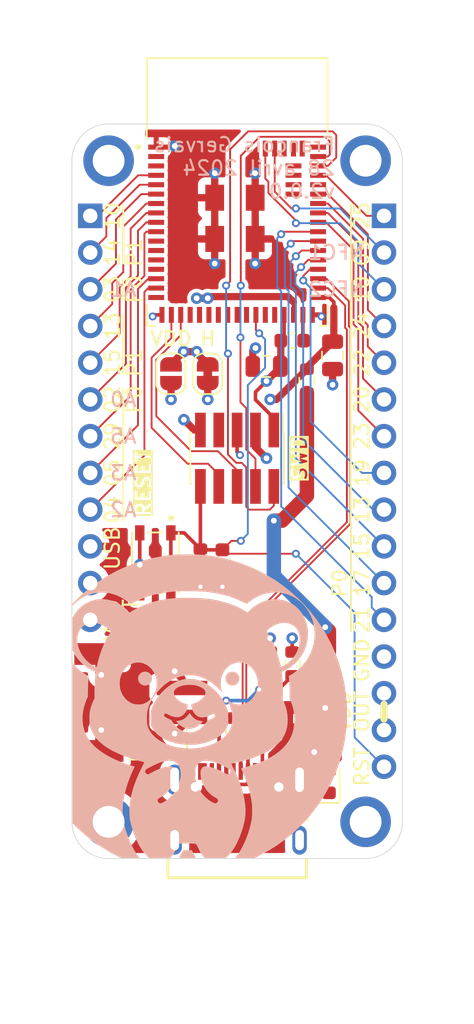
<source format=kicad_pcb>
(kicad_pcb (version 20240108) (generator "pcbnew") (generator_version "8.0")
  (layers (0 "F.Cu" signal) (1 "In1.Cu" signal) (2 "In2.Cu" signal) (31 "B.Cu" signal) (34 "B.Paste" user) (35 "F.Paste" user) (36 "B.SilkS" user "B.Silkscreen") (37 "F.SilkS" user "F.Silkscreen") (38 "B.Mask" user) (39 "F.Mask" user) (44 "Edge.Cuts" user))
  (net 0 "")
  (net 1 "Net-(D1-A)")
  (net 5 "/VBUS_nRF")
  (net 6 "/DCCH")
  (net 7 "GND")
  (net 9 "/P0.20")
  (net 10 "/P0.24")
  (net 16 "/RX")
  (net 17 "/TX")
  (net 20 "/RESET")
  (net 36 "/VDD_nRF")
  (net 37 "/VBUS")
  (net 38 "/CC1")
  (net 39 "/D-")
  (net 40 "/CC2")
  (net 41 "/D+")
  (net 42 "/VDDH")
  (net 43 "/D_P")
  (net 44 "/D_N")
  (net 45 "/SWCLK")
  (net 46 "/SWDIO")
  (net 50 "/P1.15")
  (net 51 "/P1.13")
  (net 52 "/P1.14")
  (net 53 "/P1.10")
  (net 54 "/P0.19")
  (net 55 "/P0.13")
  (net 56 "/P0.15")
  (net 57 "/P0.17")
  (net 58 "/P0.21")
  (net 59 "/P0.23")
  (net 60 "/P0.22")
  (net 61 "/P0.25")
  (net 62 "/AIN2")
  (net 63 "/AIN3")
  (net 64 "/AIN5")
  (net 65 "/AIN0")
  (net 66 "/AIN1")
  (net 67 "/NFC2")
  (net 68 "/NFC1")
  (footprint "Capacitor_SMD:C_0805_2012Metric" (layer "F.Cu") (at 49.53 97.536 180)
    (property "Reference" "C2" (hide yes))
    (property "Value" "4.7uF")
  )
  (footprint "Capacitor_SMD:C_0805_2012Metric" (layer "F.Cu") (at 52.07 122.936)
    (property "Reference" "C4" (hide yes))
    (property "Value" "4.7uF")
  )
  (footprint "Capacitor_SMD:C_0603_1608Metric" (layer "F.Cu") (at 51.816 121.158)
    (property "Reference" "C5" (hide yes))
    (property "Value" "100nF")
  )
  (footprint "LED_SMD:LED_0603_1608Metric" (layer "F.Cu") (at 53.848 126.238 90)
    (property "Reference" "D1" (hide yes))
    (property "Value" "LED" (hide yes))
  )
  (footprint "MountingHole:MountingHole_2.2mm_M2_ISO7380_Pad" (layer "F.Cu") (at 38.608 129.032)
    (property "Reference" "H3" (hide yes))
    (property "Value" "MountingHole_Pad" (hide yes))
  )
  (footprint "mine:SolderJumper-2_P1.3mm_Bridged_RoundedPad1.0x1.5mm" (layer "F.Cu") (at 45.466 98.044 90)
    (property "Reference" "JP1" (hide yes))
    (property "Value" "SolderJumper_2_Bridged")
  )
  (footprint "Inductor_SMD:L_0603_1608Metric" (layer "F.Cu") (at 51.308 95.758)
    (property "Reference" "L1" (hide yes))
    (property "Value" "10uH")
  )
  (footprint "Resistor_SMD:R_0603_1608Metric" (layer "F.Cu") (at 53.848 118.11 90)
    (property "Reference" "R2" (hide yes))
    (property "Value" "1k")
  )
  (footprint "Resistor_SMD:R_0603_1608Metric" (layer "F.Cu") (at 49.784 118.11 90)
    (property "Reference" "R4" (hide yes))
    (property "Value" "5.1k")
  )
  (footprint "Resistor_SMD:R_0603_1608Metric" (layer "F.Cu") (at 51.308 118.11 90)
    (property "Reference" "R5" (hide yes))
    (property "Value" "5.1k")
  )
  (footprint "Resistor_SMD:R_0603_1608Metric" (layer "F.Cu") (at 47.244 122.682 -90)
    (property "Reference" "R7" (hide yes))
    (property "Value" "22")
  )
  (footprint "MountingHole:MountingHole_2.2mm_M2_ISO7380_Pad" (layer "F.Cu") (at 56.388 129.032)
    (property "Reference" "H4" (hide yes))
    (property "Value" "MountingHole_Pad" (hide yes))
  )
  (footprint "MountingHole:MountingHole_2.2mm_M2_ISO7380_Pad" (layer "F.Cu") (at 56.388 83.312)
    (property "Reference" "H2" (hide yes))
    (property "Value" "MountingHole_Pad" (hide yes))
  )
  (footprint "S2B-PH-SM4-TB(LF)(SN):JST_S2B-PH-SM4-TB(LF)(SN)" (layer "F.Cu") (at 43.688 120.777 -90)
    (property "Reference" "J2" (hide yes))
    (property "Value" "S2B-PH-SM4-TB(LF)(SN)")
  )
  (footprint "USB4105-GF-A:GCT_USB4105-GF-A" (layer "F.Cu") (at 47.498 130.302)
    (property "Reference" "J3" (hide yes))
    (property "Value" "USB4105-GF-A")
  )
  (footprint "MS88SF3_NRF52840:MODULE_MS88SF3_NRF52840" (layer "F.Cu") (at 47.498 85.471)
    (property "Reference" "U1" (hide yes))
    (property "Value" "MS88SF3_NRF52840")
  )
  (footprint "Resistor_SMD:R_0603_1608Metric" (layer "F.Cu") (at 48.768 122.682 -90)
    (property "Reference" "R6" (hide yes))
    (property "Value" "22")
  )
  (footprint "Capacitor_SMD:C_0805_2012Metric" (layer "F.Cu") (at 54.102 96.774 -90)
    (property "Reference" "C6" (hide yes))
    (property "Value" "4.7uF")
  )
  (footprint "Resistor_SMD:R_0603_1608Metric" (layer "F.Cu") (at 44.958 110.998 90)
    (property "Reference" "R1" (hide yes))
    (property "Value" "5.1k")
  )
  (footprint "Capacitor_SMD:C_0603_1608Metric" (layer "F.Cu") (at 46.482 110.998 -90)
    (property "Reference" "C1" (hide yes))
    (property "Value" "100nF")
  )
  (footprint "Resistor_SMD:R_0603_1608Metric" (layer "F.Cu") (at 52.324 98.552 90)
    (property "Reference" "R3" (hide yes))
    (property "Value" "4.7")
  )
  (footprint "Connector_PinHeader_1.27mm:PinHeader_2x05_P1.27mm_Vertical_SMD" (layer "F.Cu") (at 47.498 103.886 -90)
    (property "Reference" "J1" (hide yes))
    (property "Value" "Conn_02x05_Odd_Even" (hide yes))
  )
  (footprint "mine:SolderJumper-2_P1.3mm_Open_RoundedPad1.0x1.5mm" (layer "F.Cu") (at 42.926 98.044 90)
    (property "Reference" "JP2" (hide yes))
    (property "Value" "SolderJumper_2_Open")
  )
  (footprint "MountingHole:MountingHole_2.2mm_M2_ISO7380_Pad" (layer "F.Cu") (at 38.608 83.312)
    (property "Reference" "H1" (hide yes))
    (property "Value" "MountingHole_Pad" (hide yes))
  )
  (footprint "PTS810-SJM-250-SMTR-LFS:SW_PTS810_SJM_250_SMTR_LFS" (layer "F.Cu") (at 41.838 111.122 -90)
    (property "Reference" "SW1" (hide yes))
    (property "Value" "PTS810_SJM_250_SMTR_LFS")
  )
  (footprint "drawing:bear-body_silk_16x16" (layer "B.Cu") (at 45.593 121.031 180)
    (property "Reference" "Ref**" (hide yes))
    (property "Value" "Val**" (hide yes))
  )
  (footprint "mine:PinHeader_1x16_P2.54mm_Vertical" (layer "B.Cu") (at 57.658 87.122 180)
    (property "Reference" "J5")
    (property "Value" "Conn_01x16_Pin")
  )
  (footprint "mine:PinHeader_1x12_P2.54mm_Vertical" (layer "B.Cu") (at 37.338 87.122 180)
    (property "Reference" "J4")
    (property "Value" "Conn_01x12_Pin")
  )
  (gr_line (start 39.624 90.424) (end 39.624 86.36) (stroke (width 0.12)) (layer "F.SilkS"))
  (gr_line (start 57.658 121.92) (end 57.658 120.904) (stroke (width 0.5)) (layer "F.SilkS"))
  (gr_line (start 39.624 92.964) (end 39.624 91.44) (stroke (width 0.12)) (layer "F.SilkS"))
  (gr_line (start 39.624 108.204) (end 39.624 99.06) (stroke (width 0.12)) (layer "F.SilkS"))
  (gr_line (start 39.624 98.044) (end 39.624 93.98) (stroke (width 0.12)) (layer "F.SilkS"))
  (gr_line (start 55.372 115.824) (end 55.372 86.36) (stroke (width 0.12)) (layer "F.SilkS"))
  (gr_line (start 36.068 129.032) (end 36.068 83.312) (stroke (width 0.05)) (layer "Edge.Cuts"))
  (gr_line (start 58.928 83.312) (end 58.928 129.032) (stroke (width 0.05)) (layer "Edge.Cuts"))
  (gr_line (start 56.388 131.572) (end 38.608 131.572) (stroke (width 0.05)) (layer "Edge.Cuts"))
  (gr_arc (start 56.388 80.772) (mid 58.184051 81.515949) (end 58.928 83.312) (stroke (width 0.05)) (layer "Edge.Cuts"))
  (gr_line (start 38.608 80.772) (end 56.388 80.772) (stroke (width 0.05)) (layer "Edge.Cuts"))
  (gr_arc (start 58.928 129.032) (mid 58.184051 130.828051) (end 56.388 131.572) (stroke (width 0.05)) (layer "Edge.Cuts"))
  (gr_arc (start 36.068 83.312) (mid 36.811949 81.515949) (end 38.608 80.772) (stroke (width 0.05)) (layer "Edge.Cuts"))
  (gr_arc (start 38.608 131.572) (mid 36.811949 130.828051) (end 36.068 129.032) (stroke (width 0.05)) (layer "Edge.Cuts"))
  (gr_text "A1" (at 39.624 92.202 0) (layer "B.SilkS") (effects (font (size 1 1)) (justify mirror)))
  (gr_text "A2" (at 39.624 107.442 0) (layer "B.SilkS") (effects (font (size 1 1)) (justify mirror)))
  (gr_text "A0" (at 39.624 99.822 0) (layer "B.SilkS") (effects (font (size 1 1)) (justify mirror)))
  (gr_text "A3" (at 39.624 104.902 0) (layer "B.SilkS") (effects (font (size 1 1)) (justify mirror)))
  (gr_text "NFC2" (at 54.356 92.202 0) (layer "B.SilkS") (effects (font (size 1 1)) (justify mirror)))
  (gr_text "A5" (at 39.624 102.362 0) (layer "B.SilkS") (effects (font (size 1 1)) (justify mirror)))
  (gr_text "François Gervais\n28 avril 2024\nv2.0.0" (at 54.356 83.82 0) (layer "B.SilkS") (effects (font (size 1 1)) (justify left mirror)))
  (gr_text "NFC1" (at 54.356 89.662 0) (layer "B.SilkS") (effects (font (size 1 1)) (justify mirror)))
  (gr_text "GND" (at 56.134 117.856 90) (layer "F.SilkS") (effects (font (size 1 1))))
  (gr_text "RESET" (at 41.021 105.664 90) (layer "F.SilkS" knockout) (effects (font (size 1 1))))
  (gr_text "SWD" (at 51.816 103.886 90) (layer "F.SilkS" knockout) (effects (font (size 1 1))))
  (gr_text "10" (at 38.862 87.122 90) (layer "F.SilkS") (effects (font (size 1 1))))
  (gr_text "P1" (at 40.386 89.662 90) (layer "F.SilkS") (effects (font (size 1 1))))
  (gr_text "OUT" (at 40.132 115.062 90) (layer "F.SilkS") (effects (font (size 1 1))))
  (gr_text "VDD" (at 42.926 95.622 0) (layer "F.SilkS") (effects (font (size 1 1))))
  (gr_text "23" (at 56.134 102.362 90) (layer "F.SilkS") (effects (font (size 1 1))))
  (gr_text "29" (at 38.862 102.362 90) (layer "F.SilkS") (effects (font (size 1 1))))
  (gr_text "VDD" (at 54.864 121.412 90) (layer "F.SilkS") (effects (font (size 1 1))))
  (gr_text "05" (at 38.862 104.902 90) (layer "F.SilkS") (effects (font (size 1 1))))
  (gr_text "04" (at 38.862 107.442 90) (layer "F.SilkS") (effects (font (size 1 1))))
  (gr_text "RST" (at 56.134 125.222 90) (layer "F.SilkS") (effects (font (size 1 1))))
  (gr_text "15" (at 38.862 97.282 90) (layer "F.SilkS") (effects (font (size 1 1))))
  (gr_text "02" (at 38.862 99.822 90) (layer "F.SilkS") (effects (font (size 1 1))))
  (gr_text "H" (at 45.466 95.631 0) (layer "F.SilkS") (effects (font (size 1 1))))
  (gr_text "P1" (at 40.386 97.282 90) (layer "F.SilkS") (effects (font (size 1 1))))
  (gr_text "24" (at 56.134 94.742 90) (layer "F.SilkS") (effects (font (size 1 1))))
  (gr_text "25" (at 56.134 87.122 90) (layer "F.SilkS") (effects (font (size 1 1))))
  (gr_text "15" (at 56.134 109.982 90) (layer "F.SilkS") (effects (font (size 1 1))))
  (gr_text "09" (at 56.134 89.662 90) (layer "F.SilkS") (effects (font (size 1 1))))
  (gr_text "13" (at 56.134 107.442 90) (layer "F.SilkS") (effects (font (size 1 1))))
  (gr_text "13" (at 38.862 94.742 90) (layer "F.SilkS") (effects (font (size 1 1))))
  (gr_text "22" (at 56.134 97.282 90) (layer "F.SilkS") (effects (font (size 1 1))))
  (gr_text "10" (at 56.134 92.202 90) (layer "F.SilkS") (effects (font (size 1 1))))
  (gr_text "VDD" (at 38.862 115.062 90) (layer "F.SilkS") (effects (font (size 1 1))))
  (gr_text "20" (at 56.134 99.822 90) (layer "F.SilkS") (effects (font (size 1 1))))
  (gr_text "21" (at 56.134 115.062 90) (layer "F.SilkS") (effects (font (size 1 1))))
  (gr_text "-" (at 38.862 112.522 90) (layer "F.SilkS") (effects (font (size 1 1))))
  (gr_text "P0" (at 54.61 112.522 90) (layer "F.SilkS") (effects (font (size 1 1))))
  (gr_text "17" (at 56.134 112.522 90) (layer "F.SilkS") (effects (font (size 1 1))))
  (gr_text "14" (at 38.862 89.662 90) (layer "F.SilkS") (effects (font (size 1 1))))
  (gr_text "OUT" (at 56.134 121.412 90) (layer "F.SilkS") (effects (font (size 1 1))))
  (gr_text "USB" (at 38.862 110.109 90) (layer "F.SilkS") (effects (font (size 1 1))))
  (gr_text "P0" (at 40.386 99.822 90) (layer "F.SilkS") (effects (font (size 1 1))))
  (gr_text "19" (at 56.134 104.902 90) (layer "F.SilkS") (effects (font (size 1 1))))
  (gr_text "P0" (at 40.386 92.202 90) (layer "F.SilkS") (effects (font (size 1 1))))
  (gr_text "03" (at 38.862 92.202 90) (layer "F.SilkS") (effects (font (size 1 1))))
  (segment (start 53.848 118.935) (end 53.911 118.935) (width 0.25) (layer "F.Cu") (net 1))
  (segment (start 54.61 119.634) (end 54.61 124.6885) (width 0.25) (layer "F.Cu") (net 1))
  (segment (start 54.61 124.6885) (end 53.848 125.4505) (width 0.25) (layer "F.Cu") (net 1))
  (segment (start 53.911 118.935) (end 54.61 119.634) (width 0.25) (layer "F.Cu") (net 1))
  (segment (start 52.324 97.727) (end 52.324 97.602) (width 0.5) (layer "F.Cu") (net 5))
  (segment (start 52.324 97.602) (end 54.102 95.824) (width 0.5) (layer "F.Cu") (net 5))
  (segment (start 53.098 92.771) (end 53.875578 92.771) (width 0.25) (layer "F.Cu") (net 5))
  (segment (start 54.190002 95.735998) (end 54.102 95.824) (width 0.5) (layer "F.Cu") (net 5))
  (segment (start 52.324 97.727) (end 50.229 99.822) (width 0.5) (layer "F.Cu") (net 5))
  (segment (start 45.466 98.694) (end 45.466 99.822) (width 0.5) (layer "F.Cu") (net 5))
  (segment (start 54.190002 93.085424) (end 54.190002 93.472) (width 0.25) (layer "F.Cu") (net 5))
  (segment (start 54.190002 93.472) (end 54.190002 95.735998) (width 0.5) (layer "F.Cu") (net 5))
  (segment (start 50.229 99.822) (end 49.784048 99.822) (width 0.5) (layer "F.Cu") (net 5))
  (segment (start 53.875578 92.771) (end 54.190002 93.085424) (width 0.25) (layer "F.Cu") (net 5))
  (via (at 45.466 99.822) (size 0.8) (drill 0.4) (layers "F.Cu" "B.Cu") (net 5))
  (via (at 49.784048 99.822) (size 0.8) (drill 0.4) (layers "F.Cu" "B.Cu") (net 5))
  (segment (start 52.048 95.7105) (end 52.0955 95.758) (width 0.25) (layer "F.Cu") (net 6))
  (segment (start 52.048 93.971) (end 52.048 95.7105) (width 0.25) (layer "F.Cu") (net 6))
  (segment (start 40.763 113.197) (end 40.763 111.256) (width 0.25) (layer "F.Cu") (net 7))
  (segment (start 52.591 121.158) (end 53.594 121.158) (width 0.5) (layer "F.Cu") (net 7))
  (segment (start 44.298 125.547) (end 43.753 125.547) (width 0.5) (layer "F.Cu") (net 7))
  (segment (start 48.768 101.936) (end 48.768 103.124) (width 0.5) (layer "F.Cu") (net 7))
  (segment (start 37.938 122.844) (end 38.1 122.682) (width 0.5) (layer "F.Cu") (net 7))
  (segment (start 48.58 96.454) (end 48.768 96.266) (width 0.5) (layer "F.Cu") (net 7))
  (segment (start 41.7666 93.971) (end 42.298 93.971) (width 0.25) (layer "F.Cu") (net 7))
  (segment (start 52.698 93.971) (end 53.2294 93.971) (width 0.25) (layer "F.Cu") (net 7))
  (segment (start 48.768 103.124) (end 49.53 103.886) (width 0.5) (layer "F.Cu") (net 7))
  (segment (start 40.763 111.248) (end 40.767 111.252) (width 0.25) (layer "F.Cu") (net 7))
  (segment (start 48.58 97.536) (end 48.58 96.454) (width 0.5) (layer "F.Cu") (net 7))
  (segment (start 41.656 94.0816) (end 41.7666 93.971) (width 0.25) (layer "F.Cu") (net 7))
  (segment (start 51.243 125.547) (end 51.818 126.122) (width 0.5) (layer "F.Cu") (net 7))
  (segment (start 47.498 101.936) (end 47.498 103.465174) (width 0.25) (layer "F.Cu") (net 7))
  (segment (start 43.753 125.547) (end 43.178 126.122) (width 0.5) (layer "F.Cu") (net 7))
  (segment (start 40.763 109.047) (end 40.763 111.248) (width 0.25) (layer "F.Cu") (net 7))
  (segment (start 52.7215 127.0255) (end 51.818 126.122) (width 0.25) (layer "F.Cu") (net 7))
  (segment (start 37.938 118.71) (end 38.1 118.872) (width 0.5) (layer "F.Cu") (net 7))
  (segment (start 50.698 125.547) (end 51.243 125.547) (width 0.5) (layer "F.Cu") (net 7))
  (segment (start 47.498 103.465174) (end 47.69687 103.664044) (width 0.25) (layer "F.Cu") (net 7))
  (segment (start 44.958 101.936) (end 44.532 101.936) (width 0.5) (layer "F.Cu") (net 7))
  (segment (start 53.02 122.936) (end 53.02 124.018) (width 0.5) (layer "F.Cu") (net 7))
  (segment (start 44.532 101.936) (end 43.815 101.219) (width 0.5) (layer "F.Cu") (net 7))
  (segment (start 37.938 124.127) (end 37.938 122.844) (width 0.5) (layer "F.Cu") (net 7))
  (segment (start 37.938 117.427) (end 37.938 118.71) (width 0.5) (layer "F.Cu") (net 7))
  (segment (start 53.848 127.0255) (end 52.7215 127.0255) (width 0.25) (layer "F.Cu") (net 7))
  (segment (start 43.688 121.777) (end 43.688 122.428) (width 0.5) (layer "F.Cu") (net 7))
  (segment (start 54.102 97.724) (end 54.102 98.806) (width 0.5) (layer "F.Cu") (net 7))
  (segment (start 43.688 122.428) (end 43.18 122.936) (width 0.5) (layer "F.Cu") (net 7))
  (segment (start 40.763 111.256) (end 40.767 111.252) (width 0.25) (layer "F.Cu") (net 7))
  (segment (start 53.02 124.018) (end 52.832 124.206) (width 0.5) (layer "F.Cu") (net 7))
  (segment (start 46.482 111.773) (end 46.482 112.776) (width 0.25) (layer "F.Cu") (net 7))
  (segment (start 51.308 117.285) (end 51.308 116.332) (width 0.25) (layer "F.Cu") (net 7))
  (segment (start 53.2294 93.971) (end 53.34 94.0816) (width 0.25) (layer "F.Cu") (net 7))
  (segment (start 49.784 117.285) (end 49.784 116.332) (width 0.25) (layer "F.Cu") (net 7))
  (via (at 48.7426 84.1756) (size 0.8) (drill 0.4) (layers "F.Cu" "B.Cu") (net 7))
  (via (at 45.9486 84.1756) (size 0.8) (drill 0.4) (layers "F.Cu" "B.Cu") (net 7))
  (via (at 48.768 96.266) (size 0.8) (drill 0.4) (layers "F.Cu" "B.Cu") (net 7))
  (via (at 43.815 101.219) (size 0.8) (drill 0.4) (layers "F.Cu" "B.Cu") (net 7))
  (via (at 49.53 103.886) (size 0.8) (drill 0.4) (layers "F.Cu" "B.Cu") (net 7))
  (via (at 40.767 111.252) (size 0.8) (drill 0.4) (layers "F.Cu" "B.Cu") (net 7))
  (via (at 41.656 94.0816) (size 0.554) (drill 0.3) (layers "F.Cu" "B.Cu") (net 7))
  (via (at 52.832 124.206) (size 0.8) (drill 0.4) (layers "F.Cu" "B.Cu") (net 7))
  (via (at 51.308 116.332) (size 0.8) (drill 0.4) (layers "F.Cu" "B.Cu") (net 7))
  (via (at 48.7426 90.424) (size 0.8) (drill 0.4) (layers "F.Cu" "B.Cu") (net 7))
  (via (at 53.34 94.0816) (size 0.554) (drill 0.3) (layers "F.Cu" "B.Cu") (net 7))
  (via (at 54.102 98.806) (size 0.8) (drill 0.4) (layers "F.Cu" "B.Cu") (net 7))
  (via (at 46.482 112.776) (size 0.554) (drill 0.3) (layers "F.Cu" "B.Cu") (net 7))
  (via (at 49.784 116.332) (size 0.8) (drill 0.4) (layers "F.Cu" "B.Cu") (net 7))
  (via (at 45.9486 90.424) (size 0.8) (drill 0.4) (layers "F.Cu" "B.Cu") (net 7))
  (via (at 47.69687 103.664044) (size 0.554) (drill 0.3) (layers "F.Cu" "B.Cu") (net 7))
  (via (at 43.18 122.936) (size 0.8) (drill 0.4) (layers "F.Cu" "B.Cu") (net 7))
  (via (at 43.18 82.296) (size 0.8) (drill 0.4) (layers "F.Cu" "B.Cu") (net 7))
  (via (at 38.1 122.682) (size 0.8) (drill 0.4) (layers "F.Cu" "B.Cu") (net 7))
  (via (at 38.1 118.872) (size 0.8) (drill 0.4) (layers "F.Cu" "B.Cu") (net 7))
  (via (at 53.594 121.158) (size 0.8) (drill 0.4) (layers "F.Cu" "B.Cu") (net 7))
  (segment (start 55.880001 89.026001) (end 55.880001 94.488) (width 0.127) (layer "F.Cu") (net 9))
  (segment (start 53.775 86.921) (end 55.880001 89.026001) (width 0.127) (layer "F.Cu") (net 9))
  (segment (start 55.880001 94.488) (end 56.207011 94.815012) (width 0.127) (layer "F.Cu") (net 9))
  (segment (start 56.207011 98.371011) (end 57.658 99.822) (width 0.127) (layer "F.Cu") (net 9))
  (segment (start 53.098 86.921) (end 53.775 86.921) (width 0.127) (layer "F.Cu") (net 9))
  (segment (start 56.207011 94.815012) (end 56.207011 98.371011) (width 0.127) (layer "F.Cu") (net 9))
  (segment (start 56.544499 93.628499) (end 57.658 94.742) (width 0.127) (layer "F.Cu") (net 10))
  (segment (start 56.544499 88.390499) (end 56.544499 93.628499) (width 0.127) (layer "F.Cu") (net 10))
  (segment (start 53.775 85.621) (end 56.544499 88.390499) (width 0.127) (layer "F.Cu") (net 10))
  (segment (start 53.098 85.621) (end 53.775 85.621) (width 0.127) (layer "F.Cu") (net 10))
  (segment (start 46.228 105.006) (end 46.228 105.836) (width 0.127) (layer "F.Cu") (net 16))
  (segment (start 41.5805 96.934795) (end 41.5805 101.7785) (width 0.127) (layer "F.Cu") (net 16))
  (segment (start 45.489 104.267) (end 46.228 105.006) (width 0.127) (layer "F.Cu") (net 16))
  (segment (start 44.069 104.267) (end 45.489 104.267) (width 0.127) (layer "F.Cu") (net 16))
  (segment (start 42.948 93.971) (end 42.948 95.567295) (width 0.127) (layer "F.Cu") (net 16))
  (segment (start 42.948 95.567295) (end 41.5805 96.934795) (width 0.127) (layer "F.Cu") (net 16))
  (segment (start 41.5805 101.7785) (end 44.069 104.267) (width 0.127) (layer "F.Cu") (net 16))
  (segment (start 41.9075 100.9825) (end 44.3245 103.3995) (width 0.127) (layer "F.Cu") (net 17))
  (segment (start 43.598 93.971) (end 43.598 95.379743) (width 0.127) (layer "F.Cu") (net 17))
  (segment (start 46.169948 103.3995) (end 47.498 104.727552) (width 0.127) (layer "F.Cu") (net 17))
  (segment (start 44.3245 103.3995) (end 46.169948 103.3995) (width 0.127) (layer "F.Cu") (net 17))
  (segment (start 43.598 95.379743) (end 41.9075 97.070243) (width 0.127) (layer "F.Cu") (net 17))
  (segment (start 47.498 104.727552) (end 47.498 105.836) (width 0.127) (layer "F.Cu") (net 17))
  (segment (start 41.9075 97.070243) (end 41.9075 100.9825) (width 0.127) (layer "F.Cu") (net 17))
  (segment (start 48.798 93.971) (end 48.798 95.026) (width 0.127) (layer "F.Cu") (net 20))
  (segment (start 48.798 95.026) (end 49.022 95.25) (width 0.127) (layer "F.Cu") (net 20))
  (segment (start 45.008 110.223) (end 44.958 110.173) (width 0.25) (layer "F.Cu") (net 20))
  (segment (start 44.958 110.173) (end 44.958 105.836) (width 0.25) (layer "F.Cu") (net 20))
  (segment (start 46.749 110.49) (end 51.562 110.49) (width 0.127) (layer "F.Cu") (net 20))
  (segment (start 42.913 109.047) (end 43.832 109.047) (width 0.25) (layer "F.Cu") (net 20))
  (segment (start 43.832 109.047) (end 44.958 110.173) (width 0.25) (layer "F.Cu") (net 20))
  (segment (start 46.482 110.223) (end 46.749 110.49) (width 0.127) (layer "F.Cu") (net 20))
  (segment (start 46.482 110.223) (end 45.008 110.223) (width 0.25) (layer "F.Cu") (net 20))
  (segment (start 46.482 110.223) (end 47.104 109.601) (width 0.127) (layer "F.Cu") (net 20))
  (segment (start 42.913 113.197) (end 42.913 109.047) (width 0.25) (layer "F.Cu") (net 20))
  (segment (start 47.104 109.601) (end 47.752 109.601) (width 0.127) (layer "F.Cu") (net 20))
  (via (at 47.752 109.601) (size 0.554) (drill 0.3) (layers "F.Cu" "B.Cu") (net 20))
  (via (at 49.022 95.25) (size 0.554) (drill 0.3) (layers "F.Cu" "B.Cu") (net 20))
  (via (at 51.562 110.49) (size 0.554) (drill 0.3) (layers "F.Cu" "B.Cu") (net 20))
  (segment (start 49.4315 97.6345) (end 48.23737 98.82863) (width 0.127) (layer "B.Cu") (net 20))
  (segment (start 55.626 123.19) (end 55.626 114.554) (width 0.127) (layer "B.Cu") (net 20))
  (segment (start 49.022 95.25) (end 49.4315 95.6595) (width 0.127) (layer "B.Cu") (net 20))
  (segment (start 48.23737 109.11563) (end 47.752 109.601) (width 0.127) (layer "B.Cu") (net 20))
  (segment (start 49.4315 95.6595) (end 49.4315 97.6345) (width 0.127) (layer "B.Cu") (net 20))
  (segment (start 55.626 114.554) (end 51.562 110.49) (width 0.127) (layer "B.Cu") (net 20))
  (segment (start 48.23737 98.82863) (end 48.23737 109.11563) (width 0.127) (layer "B.Cu") (net 20))
  (segment (start 57.658 125.222) (end 55.626 123.19) (width 0.127) (layer "B.Cu") (net 20))
  (segment (start 48.768 99.836) (end 48.768 99.314) (width 0.25) (layer "F.Cu") (net 36))
  (segment (start 50.5205 97.4955) (end 50.48 97.536) (width 0.5) (layer "F.Cu") (net 36))
  (segment (start 48.768 99.314) (end 49.53 98.552) (width 0.25) (layer "F.Cu") (net 36))
  (segment (start 44.958 111.823) (end 44.958 112.776) (width 0.25) (layer "F.Cu") (net 36))
  (segment (start 50.038 101.936) (end 50.038 101.106) (width 0.25) (layer "F.Cu") (net 36))
  (segment (start 50.748 95.5305) (end 50.5205 95.758) (width 0.25) (layer "F.Cu") (net 36))
  (segment (start 50.48 97.536) (end 50.48 97.602) (width 0.5) (layer "F.Cu") (net 36))
  (segment (start 50.5205 95.758) (end 50.5205 97.4955) (width 0.5) (layer "F.Cu") (net 36))
  (segment (start 42.926 98.694) (end 42.926 99.822) (width 0.5) (layer "F.Cu") (net 36))
  (segment (start 43.688 119.777) (end 43.688 119.126) (width 0.5) (layer "F.Cu") (net 36))
  (segment (start 50.48 97.602) (end 49.53 98.552) (width 0.5) (layer "F.Cu") (net 36))
  (segment (start 43.688 119.126) (end 43.18 118.618) (width 0.5) (layer "F.Cu") (net 36))
  (segment (start 50.038 101.106) (end 48.768 99.836) (width 0.25) (layer "F.Cu") (net 36))
  (segment (start 50.748 93.971) (end 50.748 95.5305) (width 0.25) (layer "F.Cu") (net 36))
  (via (at 42.926 99.822) (size 0.8) (drill 0.4) (layers "F.Cu" "B.Cu") (net 36))
  (via (at 49.53 98.552) (size 0.8) (drill 0.4) (layers "F.Cu" "B.Cu") (net 36))
  (via (at 44.958 112.776) (size 0.554) (drill 0.3) (layers "F.Cu" "B.Cu") (net 36))
  (via (at 43.18 118.618) (size 0.8) (drill 0.4) (layers "F.Cu" "B.Cu") (net 36))
  (segment (start 49.723001 126.382001) (end 49.658001 126.447001) (width 0.25) (layer "F.Cu") (net 37))
  (segment (start 45.098 125.547) (end 45.272999 125.721999) (width 0.25) (layer "F.Cu") (net 37))
  (segment (start 53.848 115.824) (end 53.594 115.57) (width 1) (layer "F.Cu") (net 37))
  (segment (start 45.272999 126.382001) (end 45.337999 126.447001) (width 0.25) (layer "F.Cu") (net 37))
  (segment (start 49.53 127.508) (end 49.276 127.762) (width 0.25) (layer "F.Cu") (net 37))
  (segment (start 49.53 126.447001) (end 49.53 127.508) (width 0.25) (layer "F.Cu") (net 37))
  (segment (start 53.848 117.285) (end 53.848 115.824) (width 1) (layer "F.Cu") (net 37))
  (segment (start 45.466 126.447001) (end 45.466 127.508) (width 0.25) (layer "F.Cu") (net 37))
  (segment (start 49.658001 126.447001) (end 49.53 126.447001) (width 0.25) (layer "F.Cu") (net 37))
  (segment (start 52.578 118.555) (end 53.848 117.285) (width 0.5) (layer "F.Cu") (net 37))
  (segment (start 45.337999 126.447001) (end 45.466 126.447001) (width 0.25) (layer "F.Cu") (net 37))
  (segment (start 49.898 124.407666) (end 51.12 123.185666) (width 0.5) (layer "F.Cu") (net 37))
  (segment (start 51.12 122.936) (end 51.12 121.237) (width 0.5) (layer "F.Cu") (net 37))
  (segment (start 51.12 123.185666) (end 51.12 122.936) (width 0.5) (layer "F.Cu") (net 37))
  (segment (start 45.272999 125.721999) (end 45.272999 126.382001) (width 0.25) (layer "F.Cu") (net 37))
  (segment (start 50.603685 108.204) (end 50.038 108.204) (width 1) (layer "F.Cu") (net 37))
  (segment (start 51.041 121.158) (end 52.578 119.621) (width 0.5) (layer "F.Cu") (net 37))
  (segment (start 52.324 99.377) (end 52.324 106.483685) (width 1) (layer "F.Cu") (net 37))
  (segment (start 52.578 119.621) (end 52.578 118.555) (width 0.5) (layer "F.Cu") (net 37))
  (segment (start 49.723001 125.721999) (end 49.723001 126.382001) (width 0.25) (layer "F.Cu") (net 37))
  (segment (start 49.898 125.547) (end 49.723001 125.721999) (width 0.25) (layer "F.Cu") (net 37))
  (segment (start 49.898 125.547) (end 49.898 124.407666) (width 0.5) (layer "F.Cu") (net 37))
  (segment (start 45.466 127.508) (end 45.72 127.762) (width 0.25) (layer "F.Cu") (net 37))
  (segment (start 52.324 106.483685) (end 50.603685 108.204) (width 1) (layer "F.Cu") (net 37))
  (segment (start 51.12 121.237) (end 51.041 121.158) (width 0.5) (layer "F.Cu") (net 37))
  (via (at 50.038 108.204) (size 0.8) (drill 0.4) (layers "F.Cu" "B.Cu") (net 37))
  (via (at 53.594 115.57) (size 0.8) (drill 0.4) (layers "F.Cu" "B.Cu") (net 37))
  (segment (start 50.038 108.204) (end 50.038 112.014) (width 1) (layer "B.Cu") (net 37))
  (segment (start 50.038 112.014) (end 53.594 115.57) (width 1) (layer "B.Cu") (net 37))
  (segment (start 49.022 119.888) (end 49.022 119.697) (width 0.25) (layer "F.Cu") (net 38))
  (segment (start 46.248 125.547) (end 46.248 121.138) (width 0.25) (layer "F.Cu") (net 38))
  (segment (start 46.248 121.138) (end 46.736 120.65) (width 0.25) (layer "F.Cu") (net 38))
  (segment (start 49.022 119.697) (end 49.784 118.935) (width 0.25) (layer "F.Cu") (net 38))
  (via (at 46.736 120.65) (size 0.554) (drill 0.3) (layers "F.Cu" "B.Cu") (net 38))
  (via (at 49.022 119.888) (size 0.554) (drill 0.3) (layers "F.Cu" "B.Cu") (net 38))
  (segment (start 48.26 120.65) (end 49.022 119.888) (width 0.25) (layer "B.Cu") (net 38))
  (segment (start 46.736 120.65) (end 48.26 120.65) (width 0.25) (layer "B.Cu") (net 38))
  (segment (start 47.748 124.011) (end 47.244 123.507) (width 0.25) (layer "F.Cu") (net 39))
  (segment (start 46.748 124.003) (end 47.244 123.507) (width 0.25) (layer "F.Cu") (net 39))
  (segment (start 47.748 125.547) (end 47.748 124.011) (width 0.25) (layer "F.Cu") (net 39))
  (segment (start 46.748 125.547) (end 46.748 124.003) (width 0.25) (layer "F.Cu") (net 39))
  (segment (start 49.248 125.547) (end 49.248 124.244478) (width 0.25) (layer "F.Cu") (net 40))
  (segment (start 50.038 120.205) (end 51.308 118.935) (width 0.25) (layer "F.Cu") (net 40))
  (segment (start 49.248 124.244478) (end 50.038 123.454478) (width 0.25) (layer "F.Cu") (net 40))
  (segment (start 50.038 123.454478) (end 50.038 120.205) (width 0.25) (layer "F.Cu") (net 40))
  (segment (start 47.248 126.372) (end 47.323001 126.447001) (width 0.25) (layer "F.Cu") (net 41))
  (segment (start 48.248 126.372) (end 48.248 125.547) (width 0.25) (layer "F.Cu") (net 41))
  (segment (start 48.172999 126.447001) (end 48.248 126.372) (width 0.25) (layer "F.Cu") (net 41))
  (segment (start 47.248 125.547) (end 47.248 126.372) (width 0.25) (layer "F.Cu") (net 41))
  (segment (start 48.248 124.027) (end 48.768 123.507) (width 0.25) (layer "F.Cu") (net 41))
  (segment (start 48.248 125.547) (end 48.248 124.027) (width 0.25) (layer "F.Cu") (net 41))
  (segment (start 47.323001 126.447001) (end 48.172999 126.447001) (width 0.25) (layer "F.Cu") (net 41))
  (segment (start 45.576998 92.71) (end 45.466 92.820998) (width 0.5) (layer "F.Cu") (net 42))
  (segment (start 44.704 96.632) (end 45.466 97.394) (width 0.5) (layer "F.Cu") (net 42))
  (segment (start 45.466 92.820998) (end 44.698595 92.820998) (width 0.5) (layer "F.Cu") (net 42))
  (segment (start 42.926 97.394) (end 43.799934 96.520066) (width 0.5) (layer "F.Cu") (net 42))
  (segment (start 43.799934 96.52) (end 44.704 96.52) (width 0.5) (layer "F.Cu") (net 42))
  (segment (start 51.398 93.085998) (end 51.022002 92.71) (width 0.5) (layer "F.Cu") (net 42))
  (segment (start 43.799934 96.520066) (end 43.799934 96.52) (width 0.5) (layer "F.Cu") (net 42))
  (segment (start 44.704 96.52) (end 44.704 96.632) (width 0.5) (layer "F.Cu") (net 42))
  (segment (start 44.698595 92.820998) (end 44.698077 92.821516) (width 0.5) (layer "F.Cu") (net 42))
  (segment (start 51.398 93.971) (end 51.398 93.085998) (width 0.25) (layer "F.Cu") (net 42))
  (segment (start 51.022002 92.71) (end 45.576998 92.71) (width 0.5) (layer "F.Cu") (net 42))
  (via (at 45.466 92.820998) (size 0.8) (drill 0.4) (layers "F.Cu" "B.Cu") (net 42))
  (via (at 44.704 96.52) (size 0.8) (drill 0.4) (layers "F.Cu" "B.Cu") (net 42))
  (via (at 44.698077 92.821516) (size 0.8) (drill 0.4) (layers "F.Cu" "B.Cu") (net 42))
  (via (at 43.799934 96.52) (size 0.8) (drill 0.4) (layers "F.Cu" "B.Cu") (net 42))
  (segment (start 55.225979 93.026441) (end 53.670538 91.471) (width 0.127) (layer "F.Cu") (net 43))
  (segment (start 48.768 121.857) (end 48.133 121.222) (width 0.127) (layer "F.Cu") (net 43))
  (segment (start 55.225979 94.758904) (end 55.225979 93.026441) (width 0.127) (layer "F.Cu") (net 43))
  (segment (start 48.133 115.622606) (end 55.344518 108.411088) (width 0.127) (layer "F.Cu") (net 43))
  (segment (start 55.344518 108.411088) (end 55.344518 94.877443) (width 0.127) (layer "F.Cu") (net 43))
  (segment (start 53.670538 91.471) (end 53.098 91.471) (width 0.127) (layer "F.Cu") (net 43))
  (segment (start 48.133 121.222) (end 48.133 115.622606) (width 0.127) (layer "F.Cu") (net 43))
  (segment (start 55.344518 94.877443) (end 55.225979 94.758904) (width 0.127) (layer "F.Cu") (net 43))
  (segment (start 54.971968 93.317968) (end 53.775 92.121) (width 0.127) (layer "F.Cu") (net 44))
  (segment (start 47.878989 121.222011) (end 47.878989 115.517392) (width 0.127) (layer "F.Cu") (net 44))
  (segment (start 47.878989 115.517392) (end 55.090507 108.305874) (width 0.127) (layer "F.Cu") (net 44))
  (segment (start 55.090507 108.305874) (end 55.090507 94.982657) (width 0.127) (layer "F.Cu") (net 44))
  (segment (start 54.971968 94.864118) (end 54.971968 93.317968) (width 0.127) (layer "F.Cu") (net 44))
  (segment (start 47.244 121.857) (end 47.878989 121.222011) (width 0.127) (layer "F.Cu") (net 44))
  (segment (start 55.090507 94.982657) (end 54.971968 94.864118) (width 0.127) (layer "F.Cu") (net 44))
  (segment (start 53.775 92.121) (end 53.098 92.121) (width 0.127) (layer "F.Cu") (net 44))
  (segment (start 53.775 83.021) (end 53.911501 82.884499) (width 0.127) (layer "F.Cu") (net 45))
  (segment (start 48.131501 100.421485) (end 47.728743 100.018727) (width 0.127) (layer "F.Cu") (net 45))
  (segment (start 47.728743 100.018727) (end 47.728743 95.53651) (width 0.127) (layer "F.Cu") (net 45))
  (segment (start 53.583801 81.657499) (end 49.062199 81.657499) (width 0.127) (layer "F.Cu") (net 45))
  (segment (start 47.752 82.967698) (end 47.752 91.948) (width 0.127) (layer "F.Cu") (net 45))
  (segment (start 53.911501 82.884499) (end 53.911501 81.985199) (width 0.127) (layer "F.Cu") (net 45))
  (segment (start 53.911501 81.985199) (end 53.583801 81.657499) (width 0.127) (layer "F.Cu") (net 45))
  (segment (start 48.768 105.836) (end 48.768 103.920016) (width 0.127) (layer "F.Cu") (net 45))
  (segment (start 48.768 103.920016) (end 48.131501 103.283517) (width 0.127) (layer "F.Cu") (net 45))
  (segment (start 53.098 83.021) (end 53.775 83.021) (width 0.127) (layer "F.Cu") (net 45))
  (segment (start 48.131501 103.283517) (end 48.131501 100.421485) (width 0.127) (layer "F.Cu") (net 45))
  (segment (start 49.062199 81.657499) (end 47.752 82.967698) (width 0.127) (layer "F.Cu") (net 45))
  (via (at 47.752 91.948) (size 0.554) (drill 0.3) (layers "F.Cu" "B.Cu") (net 45))
  (via (at 47.728743 95.53651) (size 0.554) (drill 0.3) (layers "F.Cu" "B.Cu") (net 45))
  (segment (start 47.728743 95.53651) (end 47.728743 91.971257) (width 0.127) (layer "B.Cu") (net 45))
  (segment (start 47.728743 91.971257) (end 47.752 91.948) (width 0.127) (layer "B.Cu") (net 45))
  (segment (start 48.26 81.28) (end 47.012999 82.527001) (width 0.127) (layer "F.Cu") (net 46))
  (segment (start 50.038 107.163) (end 49.759 107.442) (width 0.127) (layer "F.Cu") (net 46))
  (segment (start 48.131501 104.519501) (end 47.816545 104.204545) (width 0.127) (layer "F.Cu") (net 46))
  (segment (start 53.098 83.671) (end 53.775 83.671) (width 0.127) (layer "F.Cu") (net 46))
  (segment (start 47.012999 82.527001) (end 47.012999 91.671001) (width 0.127) (layer "F.Cu") (net 46))
  (segment (start 54.356 83.09) (end 54.356 81.534) (width 0.127) (layer "F.Cu") (net 46))
  (segment (start 54.102 81.28) (end 48.26 81.28) (width 0.127) (layer "F.Cu") (net 46))
  (segment (start 47.437441 104.204545) (end 46.864485 103.631589) (width 0.127) (layer "F.Cu") (net 46))
  (segment (start 50.038 105.836) (end 50.038 107.163) (width 0.127) (layer "F.Cu") (net 46))
  (segment (start 46.864485 103.631589) (end 46.864485 96.648485) (width 0.127) (layer "F.Cu") (net 46))
  (segment (start 49.759 107.442) (end 48.329698 107.442) (width 0.127) (layer "F.Cu") (net 46))
  (segment (start 54.356 81.534) (end 54.102 81.28) (width 0.127) (layer "F.Cu") (net 46))
  (segment (start 48.131501 107.243803) (end 48.131501 104.519501) (width 0.127) (layer "F.Cu") (net 46))
  (segment (start 53.775 83.671) (end 54.356 83.09) (width 0.127) (layer "F.Cu") (net 46))
  (segment (start 47.012999 91.671001) (end 46.736 91.948) (width 0.127) (layer "F.Cu") (net 46))
  (segment (start 48.329698 107.442) (end 48.131501 107.243803) (width 0.127) (layer "F.Cu") (net 46))
  (segment (start 47.816545 104.204545) (end 47.437441 104.204545) (width 0.127) (layer "F.Cu") (net 46))
  (via (at 46.736 91.948) (size 0.554) (drill 0.3) (layers "F.Cu" "B.Cu") (net 46))
  (via (at 46.864485 96.648485) (size 0.554) (drill 0.3) (layers "F.Cu" "B.Cu") (net 46))
  (segment (start 46.736 96.52) (end 46.736 91.948) (width 0.127) (layer "B.Cu") (net 46))
  (segment (start 46.864485 96.648485) (end 46.736 96.52) (width 0.127) (layer "B.Cu") (net 46))
  (segment (start 40.132 91.30031) (end 39.37 92.06231) (width 0.127) (layer "F.Cu") (net 50))
  (segment (start 40.132 88.01) (end 40.132 91.30031) (width 0.127) (layer "F.Cu") (net 50))
  (segment (start 39.37 95.25) (end 37.338 97.282) (width 0.127) (layer "F.Cu") (net 50))
  (segment (start 39.37 92.06231) (end 39.37 95.25) (width 0.127) (layer "F.Cu") (net 50))
  (segment (start 41.898 86.921) (end 41.221 86.921) (width 0.127) (layer "F.Cu") (net 50))
  (segment (start 41.221 86.921) (end 40.132 88.01) (width 0.127) (layer "F.Cu") (net 50))
  (segment (start 38.862 93.218) (end 38.862 91.773923) (width 0.127) (layer "F.Cu") (net 51))
  (segment (start 39.624 91.011923) (end 39.624 87.868) (width 0.127) (layer "F.Cu") (net 51))
  (segment (start 41.221 86.271) (end 41.898 86.271) (width 0.127) (layer "F.Cu") (net 51))
  (segment (start 39.624 87.868) (end 41.221 86.271) (width 0.127) (layer "F.Cu") (net 51))
  (segment (start 38.862 91.773923) (end 39.624 91.011923) (width 0.127) (layer "F.Cu") (net 51))
  (segment (start 37.338 94.742) (end 38.862 93.218) (width 0.127) (layer "F.Cu") (net 51))
  (segment (start 38.451501 88.548499) (end 37.338 89.662) (width 0.127) (layer "F.Cu") (net 52))
  (segment (start 41.898 84.971) (end 40.759 84.971) (width 0.127) (layer "F.Cu") (net 52))
  (segment (start 38.451501 87.278499) (end 38.451501 88.548499) (width 0.127) (layer "F.Cu") (net 52))
  (segment (start 40.759 84.971) (end 38.451501 87.278499) (width 0.127) (layer "F.Cu") (net 52))
  (segment (start 40.647 84.321) (end 41.898 84.321) (width 0.127) (layer "F.Cu") (net 53))
  (segment (start 37.338 87.122) (end 37.846 87.122) (width 0.127) (layer "F.Cu") (net 53))
  (segment (start 37.846 87.122) (end 40.647 84.321) (width 0.127) (layer "F.Cu") (net 53))
  (segment (start 52.070988 91.281034) (end 52.070988 91.59672) (width 0.127) (layer "F.Cu") (net 54))
  (segment (start 53.098 90.821) (end 52.531022 90.821) (width 0.127) (layer "F.Cu") (net 54))
  (segment (start 52.531022 90.821) (end 52.070988 91.281034) (width 0.127) (layer "F.Cu") (net 54))
  (via (at 52.070988 91.59672) (size 0.554) (drill 0.3) (layers "F.Cu" "B.Cu") (net 54))
  (segment (start 52.578 92.103732) (end 52.070988 91.59672) (width 0.127) (layer "B.Cu") (net 54))
  (segment (start 52.578 101.346) (end 52.578 92.103732) (width 0.127) (layer "B.Cu") (net 54))
  (segment (start 56.134 104.902) (end 52.578 101.346) (width 0.127) (layer "B.Cu") (net 54))
  (segment (start 57.658 104.902) (end 56.134 104.902) (width 0.127) (layer "B.Cu") (net 54))
  (segment (start 53.098 90.171) (end 52.416625 90.171) (width 0.127) (layer "F.Cu") (net 55))
  (segment (start 52.416625 90.171) (end 51.918249 90.669376) (width 0.127) (layer "F.Cu") (net 55))
  (via (at 51.918249 90.669376) (size 0.554) (drill 0.3) (layers "F.Cu" "B.Cu") (net 55))
  (segment (start 56.896 107.442) (end 52.07 102.616) (width 0.127) (layer "B.Cu") (net 55))
  (segment (start 51.530486 91.856162) (end 51.530486 91.057139) (width 0.127) (layer "B.Cu") (net 55))
  (segment (start 52.07 92.395676) (end 51.530486 91.856162) (width 0.127) (layer "B.Cu") (net 55))
  (segment (start 57.658 107.442) (end 56.896 107.442) (width 0.127) (layer "B.Cu") (net 55))
  (segment (start 52.07 102.616) (end 52.07 92.395676) (width 0.127) (layer "B.Cu") (net 55))
  (segment (start 51.530486 91.057139) (end 51.918249 90.669376) (width 0.127) (layer "B.Cu") (net 55))
  (segment (start 51.957 89.521) (end 51.562 89.916) (width 0.127) (layer "F.Cu") (net 56))
  (segment (start 53.098 89.521) (end 51.957 89.521) (width 0.127) (layer "F.Cu") (net 56))
  (via (at 51.562 89.916) (size 0.554) (drill 0.3) (layers "F.Cu" "B.Cu") (net 56))
  (segment (start 51.203475 90.274525) (end 51.562 89.916) (width 0.127) (layer "B.Cu") (net 56))
  (segment (start 51.562 92.350139) (end 51.203475 91.991614) (width 0.127) (layer "B.Cu") (net 56))
  (segment (start 57.658 109.982) (end 51.562 103.886) (width 0.127) (layer "B.Cu") (net 56))
  (segment (start 51.203475 91.991614) (end 51.203475 90.274525) (width 0.127) (layer "B.Cu") (net 56))
  (segment (start 51.562 103.886) (end 51.562 92.350139) (width 0.127) (layer "B.Cu") (net 56))
  (segment (start 51.387334 88.871) (end 51.206167 89.052167) (width 0.127) (layer "F.Cu") (net 57))
  (segment (start 53.098 88.871) (end 51.387334 88.871) (width 0.127) (layer "F.Cu") (net 57))
  (via (at 51.206167 89.052167) (size 0.554) (drill 0.3) (layers "F.Cu" "B.Cu") (net 57))
  (segment (start 51.054 92.304602) (end 50.802159 92.052761) (width 0.127) (layer "B.Cu") (net 57))
  (segment (start 50.802159 92.052761) (end 50.802159 89.456175) (width 0.127) (layer "B.Cu") (net 57))
  (segment (start 57.658 112.522) (end 51.054 105.918) (width 0.127) (layer "B.Cu") (net 57))
  (segment (start 51.054 105.918) (end 51.054 92.304602) (width 0.127) (layer "B.Cu") (net 57))
  (segment (start 50.802159 89.456175) (end 51.206167 89.052167) (width 0.127) (layer "B.Cu") (net 57))
  (segment (start 53.098 88.221) (end 50.716988 88.221) (width 0.127) (layer "F.Cu") (net 58))
  (segment (start 50.716988 88.221) (end 50.545988 88.392) (width 0.127) (layer "F.Cu") (net 58))
  (via (at 50.545988 88.392) (size 0.554) (drill 0.3) (layers "F.Cu" "B.Cu") (net 58))
  (segment (start 50.547559 92.335251) (end 50.268989 92.056681) (width 0.127) (layer "B.Cu") (net 58))
  (segment (start 56.808001 114.212001) (end 56.808001 113.484019) (width 0.127) (layer "B.Cu") (net 58))
  (segment (start 57.658 115.062) (end 56.808001 114.212001) (width 0.127) (layer "B.Cu") (net 58))
  (segment (start 50.547559 107.223577) (end 50.547559 92.335251) (width 0.127) (layer "B.Cu") (net 58))
  (segment (start 56.808001 113.484019) (end 50.547559 107.223577) (width 0.127) (layer "B.Cu") (net 58))
  (segment (start 50.268989 88.668999) (end 50.545988 88.392) (width 0.127) (layer "B.Cu") (net 58))
  (segment (start 50.268989 92.056681) (end 50.268989 88.668999) (width 0.127) (layer "B.Cu") (net 58))
  (segment (start 55.88 94.950464) (end 55.88 100.584) (width 0.127) (layer "F.Cu") (net 59))
  (segment (start 55.88 100.584) (end 57.658 102.362) (width 0.127) (layer "F.Cu") (net 59))
  (segment (start 55.552989 94.623453) (end 55.88 94.950464) (width 0.127) (layer "F.Cu") (net 59))
  (segment (start 53.647302 87.571) (end 55.552989 89.476687) (width 0.127) (layer "F.Cu") (net 59))
  (segment (start 53.098 87.571) (end 53.647302 87.571) (width 0.127) (layer "F.Cu") (net 59))
  (segment (start 55.552989 89.476687) (end 55.552989 94.623453) (width 0.127) (layer "F.Cu") (net 59))
  (segment (start 56.534022 94.67956) (end 56.534022 96.158022) (width 0.127) (layer "F.Cu") (net 60))
  (segment (start 56.534022 96.158022) (end 57.658 97.282) (width 0.127) (layer "F.Cu") (net 60))
  (segment (start 56.207011 94.352549) (end 56.534022 94.67956) (width 0.127) (layer "F.Cu") (net 60))
  (segment (start 53.775 86.271) (end 56.207011 88.703011) (width 0.127) (layer "F.Cu") (net 60))
  (segment (start 56.207011 88.703011) (end 56.207011 94.352549) (width 0.127) (layer "F.Cu") (net 60))
  (segment (start 53.098 86.271) (end 53.775 86.271) (width 0.127) (layer "F.Cu") (net 60))
  (segment (start 56.448302 87.122) (end 53.647302 84.321) (width 0.127) (layer "F.Cu") (net 61))
  (segment (start 53.647302 84.321) (end 53.098 84.321) (width 0.127) (layer "F.Cu") (net 61))
  (segment (start 57.658 87.122) (end 56.448302 87.122) (width 0.127) (layer "F.Cu") (net 61))
  (segment (start 37.338 107.442) (end 41.084499 103.695501) (width 0.127) (layer "F.Cu") (net 62))
  (segment (start 41.084499 92.385199) (end 41.348698 92.121) (width 0.127) (layer "F.Cu") (net 62))
  (segment (start 41.348698 92.121) (end 41.898 92.121) (width 0.127) (layer "F.Cu") (net 62))
  (segment (start 41.084499 103.695501) (end 41.084499 92.385199) (width 0.127) (layer "F.Cu") (net 62))
  (segment (start 40.64 92.179698) (end 41.348698 91.471) (width 0.127) (layer "F.Cu") (net 63))
  (segment (start 37.338 104.902) (end 40.64 101.6) (width 0.127) (layer "F.Cu") (net 63))
  (segment (start 40.64 101.6) (end 40.64 92.179698) (width 0.127) (layer "F.Cu") (net 63))
  (segment (start 41.348698 91.471) (end 41.898 91.471) (width 0.127) (layer "F.Cu") (net 63))
  (segment (start 40.132 99.568) (end 40.132 92.225235) (width 0.127) (layer "F.Cu") (net 64))
  (segment (start 40.132 92.225235) (end 41.084498 91.272737) (width 0.127) (layer "F.Cu") (net 64))
  (segment (start 41.084498 91.272737) (end 41.084499 88.357501) (width 0.127) (layer "F.Cu") (net 64))
  (segment (start 41.084499 88.357501) (end 41.221 88.221) (width 0.127) (layer "F.Cu") (net 64))
  (segment (start 41.221 88.221) (end 41.898 88.221) (width 0.127) (layer "F.Cu") (net 64))
  (segment (start 37.338 102.362) (end 40.132 99.568) (width 0.127) (layer "F.Cu") (net 64))
  (segment (start 41.898 87.571) (end 41.221 87.571) (width 0.127) (layer "F.Cu") (net 65))
  (segment (start 39.804989 92.089783) (end 39.804989 97.355011) (width 0.127) (layer "F.Cu") (net 65))
  (segment (start 40.64 91.254773) (end 39.804989 92.089783) (width 0.127) (layer "F.Cu") (net 65))
  (segment (start 39.804989 97.355011) (end 37.338 99.822) (width 0.127) (layer "F.Cu") (net 65))
  (segment (start 41.221 87.571) (end 40.64 88.152) (width 0.127) (layer "F.Cu") (net 65))
  (segment (start 40.64 88.152) (end 40.64 91.254773) (width 0.127) (layer "F.Cu") (net 65))
  (segment (start 39.116 87.376) (end 39.116 90.424) (width 0.127) (layer "F.Cu") (net 66))
  (segment (start 40.871 85.621) (end 39.116 87.376) (width 0.127) (layer "F.Cu") (net 66))
  (segment (start 39.116 90.424) (end 37.338 92.202) (width 0.127) (layer "F.Cu") (net 66))
  (segment (start 41.898 85.621) (end 40.871 85.621) (width 0.127) (layer "F.Cu") (net 66))
  (segment (start 49.448 84.546698) (end 49.661501 84.760199) (width 0.127) (layer "F.Cu") (net 67))
  (segment (start 51.562 87.446765) (end 51.562 87.63) (width 0.127) (layer "F.Cu") (net 67))
  (segment (start 49.661501 85.546266) (end 51.562 87.446765) (width 0.127) (layer "F.Cu") (net 67))
  (segment (start 49.448 82.471) (end 49.448 84.546698) (width 0.127) (layer "F.Cu") (net 67))
  (segment (start 49.661501 84.760199) (end 49.661501 85.546266) (width 0.127) (layer "F.Cu") (net 67))
  (via (at 51.562 87.63) (size 0.554) (drill 0.3) (layers "F.Cu" "B.Cu") (net 67))
  (segment (start 57.658 92.202) (end 55.88 90.424) (width 0.127) (layer "B.Cu") (net 67))
  (segment (start 54.61 87.63) (end 51.562 87.63) (width 0.127) (layer "B.Cu") (net 67))
  (segment (start 55.88 90.424) (end 55.88 88.9) (width 0.127) (layer "B.Cu") (net 67))
  (segment (start 55.88 88.9) (end 54.61 87.63) (width 0.127) (layer "B.Cu") (net 67))
  (segment (start 50.098 82.471) (end 50.098 85.449538) (width 0.127) (layer "F.Cu") (net 68))
  (segment (start 50.098 85.449538) (end 51.261263 86.612801) (width 0.127) (layer "F.Cu") (net 68))
  (segment (start 51.261263 86.612801) (end 51.563199 86.612801) (width 0.127) (layer "F.Cu") (net 68))
  (via (at 51.563199 86.612801) (size 0.554) (drill 0.3) (layers "F.Cu" "B.Cu") (net 68))
  (segment (start 57.658 89.662) (end 54.608801 86.612801) (width 0.127) (layer "B.Cu") (net 68))
  (segment (start 54.608801 86.612801) (end 51.563199 86.612801) (width 0.127) (layer "B.Cu") (net 68))
  (zone (net 7) (net_name "GND") (layer "F.Cu") (connect_pads (clearance 0.254)) (min_thickness 0.254) (fill yes (thermal_gap 0.508) (thermal_bridge_width 0.508))
    (polygon (pts (xy 53.848 94.742) (xy 41.148 94.742) (xy 41.148 80.772) (xy 53.848 80.772)))
  )
  (zone (net 37) (net_name "/VBUS") (layer "F.Cu") (priority 1) (connect_pads (clearance 0.508)) (min_thickness 0.254) (fill yes (thermal_gap 0.508) (thermal_bridge_width 0.508))
    (polygon (pts (xy 43.18 126.238) (xy 52.324 126.238) (xy 52.324 131.572) (xy 36.068 131.572) (xy 36.068 108.712) (xy 43.18 108.712)))
  )
)
</source>
